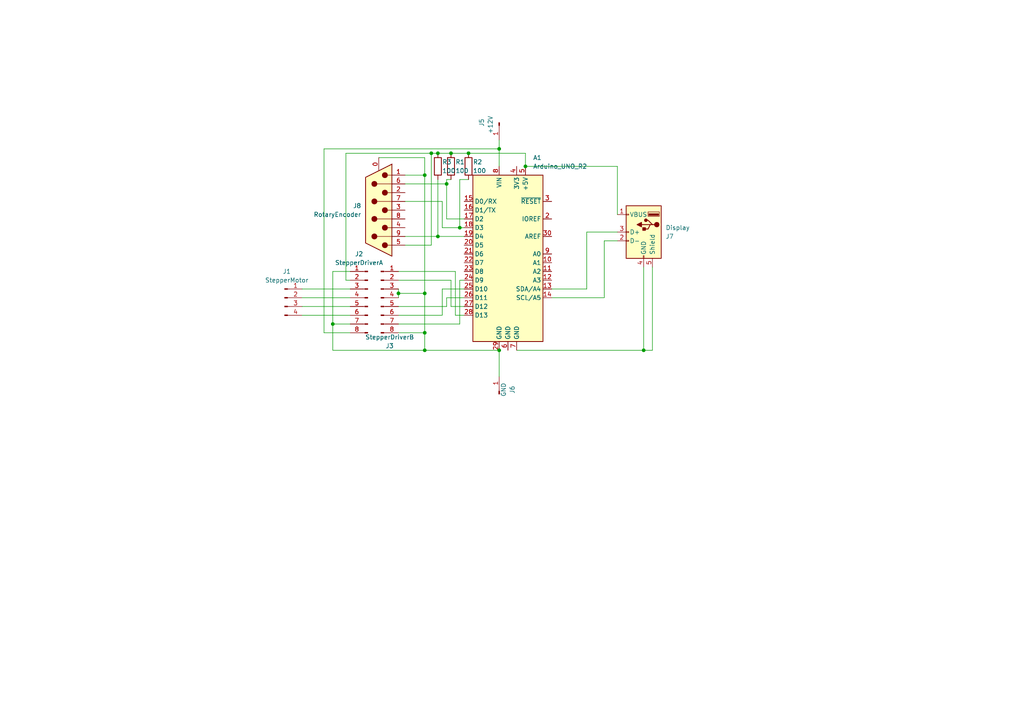
<source format=kicad_sch>
(kicad_sch (version 20230121) (generator eeschema)
  (paper "A4")
  (lib_symbols
    (symbol "Connector:Conn_01x01_Pin" (pin_names (offset 1.016) hide)
      (property "Reference" "J" (at 0 2.54 0))
      (property "Value" "Conn_01x01_Pin" (at 0 -2.54 0))
      (symbol "Conn_01x01_Pin_1_1"
        (polyline (pts (xy 1.27 0) (xy 0.8636 0)) (stroke (width 0.1524)))
        (rectangle (start 0.8636 0.127) (end 0 -0.127) (stroke (width 0.1524)) (fill (type outline)))
        (pin passive line (at 5.08 0 180) (length 3.81) (name "Pin_1") (number "1"))
      )
    )
    (symbol "Connector:Conn_01x04_Pin" (pin_names (offset 1.016) hide)
      (property "Reference" "J" (at 0 5.08 0))
      (property "Value" "Conn_01x04_Pin" (at 0 -7.62 0))
      (symbol "Conn_01x04_Pin_1_1"
        (polyline (pts (xy 1.27 -5.08) (xy 0.8636 -5.08)) (stroke (width 0.1524)))
        (polyline (pts (xy 1.27 -2.54) (xy 0.8636 -2.54)) (stroke (width 0.1524)))
        (polyline (pts (xy 1.27 0) (xy 0.8636 0)) (stroke (width 0.1524)))
        (polyline (pts (xy 1.27 2.54) (xy 0.8636 2.54)) (stroke (width 0.1524)))
        (rectangle (start 0.8636 -4.953) (end 0 -5.207) (stroke (width 0.1524)) (fill (type outline)))
        (rectangle (start 0.8636 -2.413) (end 0 -2.667) (stroke (width 0.1524)) (fill (type outline)))
        (rectangle (start 0.8636 0.127) (end 0 -0.127) (stroke (width 0.1524)) (fill (type outline)))
        (rectangle (start 0.8636 2.667) (end 0 2.413) (stroke (width 0.1524)) (fill (type outline)))
        (pin passive line (at 5.08 2.54 180) (length 3.81) (name "Pin_1") (number "1"))
        (pin passive line (at 5.08 0 180) (length 3.81) (name "Pin_2") (number "2"))
        (pin passive line (at 5.08 -2.54 180) (length 3.81) (name "Pin_3") (number "3"))
        (pin passive line (at 5.08 -5.08 180) (length 3.81) (name "Pin_4") (number "4"))
      )
    )
    (symbol "Connector:Conn_01x08_Pin" (pin_names (offset 1.016) hide)
      (property "Reference" "J" (at 0 10.16 0))
      (property "Value" "Conn_01x08_Pin" (at 0 -12.7 0))
      (symbol "Conn_01x08_Pin_1_1"
        (polyline (pts (xy 1.27 -10.16) (xy 0.8636 -10.16)) (stroke (width 0.1524)))
        (polyline (pts (xy 1.27 -7.62) (xy 0.8636 -7.62)) (stroke (width 0.1524)))
        (polyline (pts (xy 1.27 -5.08) (xy 0.8636 -5.08)) (stroke (width 0.1524)))
        (polyline (pts (xy 1.27 -2.54) (xy 0.8636 -2.54)) (stroke (width 0.1524)))
        (polyline (pts (xy 1.27 0) (xy 0.8636 0)) (stroke (width 0.1524)))
        (polyline (pts (xy 1.27 2.54) (xy 0.8636 2.54)) (stroke (width 0.1524)))
        (polyline (pts (xy 1.27 5.08) (xy 0.8636 5.08)) (stroke (width 0.1524)))
        (polyline (pts (xy 1.27 7.62) (xy 0.8636 7.62)) (stroke (width 0.1524)))
        (rectangle (start 0.8636 -10.033) (end 0 -10.287) (stroke (width 0.1524)) (fill (type outline)))
        (rectangle (start 0.8636 -7.493) (end 0 -7.747) (stroke (width 0.1524)) (fill (type outline)))
        (rectangle (start 0.8636 -4.953) (end 0 -5.207) (stroke (width 0.1524)) (fill (type outline)))
        (rectangle (start 0.8636 -2.413) (end 0 -2.667) (stroke (width 0.1524)) (fill (type outline)))
        (rectangle (start 0.8636 0.127) (end 0 -0.127) (stroke (width 0.1524)) (fill (type outline)))
        (rectangle (start 0.8636 2.667) (end 0 2.413) (stroke (width 0.1524)) (fill (type outline)))
        (rectangle (start 0.8636 5.207) (end 0 4.953) (stroke (width 0.1524)) (fill (type outline)))
        (rectangle (start 0.8636 7.747) (end 0 7.493) (stroke (width 0.1524)) (fill (type outline)))
        (pin passive line (at 5.08 7.62 180) (length 3.81) (name "Pin_1") (number "1"))
        (pin passive line (at 5.08 5.08 180) (length 3.81) (name "Pin_2") (number "2"))
        (pin passive line (at 5.08 2.54 180) (length 3.81) (name "Pin_3") (number "3"))
        (pin passive line (at 5.08 0 180) (length 3.81) (name "Pin_4") (number "4"))
        (pin passive line (at 5.08 -2.54 180) (length 3.81) (name "Pin_5") (number "5"))
        (pin passive line (at 5.08 -5.08 180) (length 3.81) (name "Pin_6") (number "6"))
        (pin passive line (at 5.08 -7.62 180) (length 3.81) (name "Pin_7") (number "7"))
        (pin passive line (at 5.08 -10.16 180) (length 3.81) (name "Pin_8") (number "8"))
      )
    )
    (symbol "Connector:DE9_Plug_MountingHoles" (pin_names (offset 1.016) hide)
      (property "Reference" "J" (at 0 16.51 0))
      (property "Value" "DE9_Plug_MountingHoles" (at 0 14.605 0))
      (symbol "DE9_Plug_MountingHoles_0_1"
        (circle (center -1.778 -10.16) (radius 0.762) (fill (type outline)))
        (circle (center -1.778 -5.08) (radius 0.762) (fill (type outline)))
        (circle (center -1.778 0) (radius 0.762) (fill (type outline)))
        (circle (center -1.778 5.08) (radius 0.762) (fill (type outline)))
        (circle (center -1.778 10.16) (radius 0.762) (fill (type outline)))
        (polyline (pts (xy -3.81 -10.16) (xy -2.54 -10.16)))
        (polyline (pts (xy -3.81 -7.62) (xy 0.508 -7.62)))
        (polyline (pts (xy -3.81 -5.08) (xy -2.54 -5.08)))
        (polyline (pts (xy -3.81 -2.54) (xy 0.508 -2.54)))
        (polyline (pts (xy -3.81 0) (xy -2.54 0)))
        (polyline (pts (xy -3.81 2.54) (xy 0.508 2.54)))
        (polyline (pts (xy -3.81 5.08) (xy -2.54 5.08)))
        (polyline (pts (xy -3.81 7.62) (xy 0.508 7.62)))
        (polyline (pts (xy -3.81 10.16) (xy -2.54 10.16)))
        (polyline (pts (xy -3.81 -13.335) (xy -3.81 13.335) (xy 3.81 9.525) (xy 3.81 -9.525) (xy -3.81 -13.335)) (stroke (width 0.254)) (fill (type background)))
        (circle (center 1.27 -7.62) (radius 0.762) (fill (type outline)))
        (circle (center 1.27 -2.54) (radius 0.762) (fill (type outline)))
        (circle (center 1.27 2.54) (radius 0.762) (fill (type outline)))
        (circle (center 1.27 7.62) (radius 0.762) (fill (type outline)))
      )
      (symbol "DE9_Plug_MountingHoles_1_1"
        (pin passive line (at 0 -15.24 90) (length 3.81) (name "PAD") (number "0"))
        (pin passive line (at -7.62 -10.16 0) (length 3.81) (name "1") (number "1"))
        (pin passive line (at -7.62 -5.08 0) (length 3.81) (name "2") (number "2"))
        (pin passive line (at -7.62 0 0) (length 3.81) (name "3") (number "3"))
        (pin passive line (at -7.62 5.08 0) (length 3.81) (name "4") (number "4"))
        (pin passive line (at -7.62 10.16 0) (length 3.81) (name "5") (number "5"))
        (pin passive line (at -7.62 -7.62 0) (length 3.81) (name "6") (number "6"))
        (pin passive line (at -7.62 -2.54 0) (length 3.81) (name "7") (number "7"))
        (pin passive line (at -7.62 2.54 0) (length 3.81) (name "8") (number "8"))
        (pin passive line (at -7.62 7.62 0) (length 3.81) (name "9") (number "9"))
      )
    )
    (symbol "Connector:USB_A" (pin_names (offset 1.016))
      (property "Reference" "J" (at -5.08 11.43 0))
      (property "Value" "USB_A" (at -5.08 8.89 0))
      (symbol "USB_A_0_1"
        (rectangle (start -5.08 -7.62) (end 5.08 7.62) (stroke (width 0.254)) (fill (type background)))
        (circle (center -3.81 2.159) (radius 0.635) (stroke (width 0.254)) (fill (type outline)))
        (rectangle (start -1.524 4.826) (end -4.318 5.334) (fill (type outline)))
        (rectangle (start -1.27 4.572) (end -4.572 5.842))
        (circle (center -0.635 3.429) (radius 0.381) (stroke (width 0.254)) (fill (type outline)))
        (rectangle (start -0.127 -7.62) (end 0.127 -6.858))
        (polyline (pts (xy -3.175 2.159) (xy -2.54 2.159) (xy -1.27 3.429) (xy -0.635 3.429)) (stroke (width 0.254)))
        (polyline (pts (xy -2.54 2.159) (xy -1.905 2.159) (xy -1.27 0.889) (xy 0 0.889)) (stroke (width 0.254)))
        (polyline (pts (xy 0.635 2.794) (xy 0.635 1.524) (xy 1.905 2.159) (xy 0.635 2.794)) (stroke (width 0.254)) (fill (type outline)))
        (rectangle (start 0.254 1.27) (end -0.508 0.508) (stroke (width 0.254)) (fill (type outline)))
        (rectangle (start 5.08 -2.667) (end 4.318 -2.413))
        (rectangle (start 5.08 -0.127) (end 4.318 0.127))
        (rectangle (start 5.08 4.953) (end 4.318 5.207))
      )
      (symbol "USB_A_1_1"
        (polyline (pts (xy -1.905 2.159) (xy 0.635 2.159)) (stroke (width 0.254)))
        (pin power_in line (at 7.62 5.08 180) (length 2.54) (name "VBUS") (number "1"))
        (pin bidirectional line (at 7.62 -2.54 180) (length 2.54) (name "D-") (number "2"))
        (pin bidirectional line (at 7.62 0 180) (length 2.54) (name "D+") (number "3"))
        (pin power_in line (at 0 -10.16 90) (length 2.54) (name "GND") (number "4"))
        (pin passive line (at -2.54 -10.16 90) (length 2.54) (name "Shield") (number "5"))
      )
    )
    (symbol "Device:R" (pin_numbers hide) (pin_names (offset 0))
      (property "Reference" "R" (at 2.032 0 90))
      (property "Value" "R" (at 0 0 90))
      (symbol "R_0_1"
        (rectangle (start -1.016 -2.54) (end 1.016 2.54) (stroke (width 0.254)))
      )
      (symbol "R_1_1"
        (pin passive line (at 0 3.81 270) (length 1.27) (name "~") (number "1"))
        (pin passive line (at 0 -3.81 90) (length 1.27) (name "~") (number "2"))
      )
    )
    (symbol "MCU_Module:Arduino_UNO_R2"
      (property "Reference" "A" (at -10.16 23.495 0))
      (property "Value" "Arduino_UNO_R2" (at 5.08 -26.67 0))
      (symbol "Arduino_UNO_R2_0_1"
        (rectangle (start -10.16 22.86) (end 10.16 -25.4) (stroke (width 0.254)) (fill (type background)))
      )
      (symbol "Arduino_UNO_R2_1_1"
        (pin no_connect line (at -10.16 -20.32 0) (length 2.54) hide (name "NC") (number "1"))
        (pin bidirectional line (at 12.7 -2.54 180) (length 2.54) (name "A1") (number "10"))
        (pin bidirectional line (at 12.7 -5.08 180) (length 2.54) (name "A2") (number "11"))
        (pin bidirectional line (at 12.7 -7.62 180) (length 2.54) (name "A3") (number "12"))
        (pin bidirectional line (at 12.7 -10.16 180) (length 2.54) (name "SDA/A4") (number "13"))
        (pin bidirectional line (at 12.7 -12.7 180) (length 2.54) (name "SCL/A5") (number "14"))
        (pin bidirectional line (at -12.7 15.24 0) (length 2.54) (name "D0/RX") (number "15"))
        (pin bidirectional line (at -12.7 12.7 0) (length 2.54) (name "D1/TX") (number "16"))
        (pin bidirectional line (at -12.7 10.16 0) (length 2.54) (name "D2") (number "17"))
        (pin bidirectional line (at -12.7 7.62 0) (length 2.54) (name "D3") (number "18"))
        (pin bidirectional line (at -12.7 5.08 0) (length 2.54) (name "D4") (number "19"))
        (pin output line (at 12.7 10.16 180) (length 2.54) (name "IOREF") (number "2"))
        (pin bidirectional line (at -12.7 2.54 0) (length 2.54) (name "D5") (number "20"))
        (pin bidirectional line (at -12.7 0 0) (length 2.54) (name "D6") (number "21"))
        (pin bidirectional line (at -12.7 -2.54 0) (length 2.54) (name "D7") (number "22"))
        (pin bidirectional line (at -12.7 -5.08 0) (length 2.54) (name "D8") (number "23"))
        (pin bidirectional line (at -12.7 -7.62 0) (length 2.54) (name "D9") (number "24"))
        (pin bidirectional line (at -12.7 -10.16 0) (length 2.54) (name "D10") (number "25"))
        (pin bidirectional line (at -12.7 -12.7 0) (length 2.54) (name "D11") (number "26"))
        (pin bidirectional line (at -12.7 -15.24 0) (length 2.54) (name "D12") (number "27"))
        (pin bidirectional line (at -12.7 -17.78 0) (length 2.54) (name "D13") (number "28"))
        (pin power_in line (at -2.54 -27.94 90) (length 2.54) (name "GND") (number "29"))
        (pin input line (at 12.7 15.24 180) (length 2.54) (name "~{RESET}") (number "3"))
        (pin input line (at 12.7 5.08 180) (length 2.54) (name "AREF") (number "30"))
        (pin power_out line (at 2.54 25.4 270) (length 2.54) (name "3V3") (number "4"))
        (pin power_out line (at 5.08 25.4 270) (length 2.54) (name "+5V") (number "5"))
        (pin power_in line (at 0 -27.94 90) (length 2.54) (name "GND") (number "6"))
        (pin power_in line (at 2.54 -27.94 90) (length 2.54) (name "GND") (number "7"))
        (pin power_in line (at -2.54 25.4 270) (length 2.54) (name "VIN") (number "8"))
        (pin bidirectional line (at 12.7 0 180) (length 2.54) (name "A0") (number "9"))
      )
    )
  )
  (junction (at 123.19 85.09))
  (junction (at 152.4 48.26))
  (junction (at 123.19 96.52))
  (junction (at 123.19 101.6))
  (junction (at 144.78 43.18))
  (junction (at 133.35 66.04))
  (junction (at 123.19 50.8))
  (junction (at 186.69 101.6))
  (junction (at 127 68.58))
  (junction (at 144.78 101.6))
  (junction (at 125.095 44.45))
  (junction (at 127 44.45))
  (junction (at 96.52 93.98))
  (junction (at 130.81 44.45))
  (junction (at 135.89 44.45))
  (junction (at 115.57 85.09))
  (junction (at 129.54 53.34))
  (wire (pts (xy 128.27 66.04) (xy 128.27 58.42)))
  (wire (pts (xy 130.81 52.07) (xy 129.54 52.07)))
  (wire (pts (xy 160.02 86.36) (xy 175.26 86.36)))
  (wire (pts (xy 129.54 53.34) (xy 117.475 53.34)))
  (wire (pts (xy 189.23 101.6) (xy 186.69 101.6)))
  (wire (pts (xy 135.89 52.07) (xy 133.35 52.07)))
  (wire (pts (xy 179.07 48.26) (xy 179.07 62.23)))
  (wire (pts (xy 129.54 88.9) (xy 129.54 86.36)))
  (wire (pts (xy 115.57 85.09) (xy 115.57 86.36)))
  (wire (pts (xy 133.35 52.07) (xy 133.35 66.04)))
  (wire (pts (xy 115.57 96.52) (xy 123.19 96.52)))
  (wire (pts (xy 115.57 85.09) (xy 123.19 85.09)))
  (wire (pts (xy 127 68.58) (xy 134.62 68.58)))
  (wire (pts (xy 125.095 44.45) (xy 127 44.45)))
  (wire (pts (xy 96.52 93.98) (xy 96.52 101.6)))
  (wire (pts (xy 127 44.45) (xy 130.81 44.45)))
  (wire (pts (xy 115.57 88.9) (xy 129.54 88.9)))
  (wire (pts (xy 128.27 58.42) (xy 117.475 58.42)))
  (wire (pts (xy 134.62 66.04) (xy 133.35 66.04)))
  (wire (pts (xy 93.98 96.52) (xy 93.98 43.18)))
  (wire (pts (xy 123.19 85.09) (xy 123.19 96.52)))
  (wire (pts (xy 123.19 101.6) (xy 144.78 101.6)))
  (wire (pts (xy 125.095 44.45) (xy 125.095 71.12)))
  (wire (pts (xy 144.78 43.18) (xy 144.78 48.26)))
  (wire (pts (xy 152.4 44.45) (xy 152.4 48.26)))
  (wire (pts (xy 115.57 93.98) (xy 133.35 93.98)))
  (wire (pts (xy 96.52 78.74) (xy 96.52 93.98)))
  (wire (pts (xy 123.19 45.72) (xy 123.19 50.8)))
  (wire (pts (xy 129.54 63.5) (xy 134.62 63.5)))
  (wire (pts (xy 100.33 81.28) (xy 100.33 44.45)))
  (wire (pts (xy 87.63 88.9) (xy 101.6 88.9)))
  (wire (pts (xy 101.6 96.52) (xy 93.98 96.52)))
  (wire (pts (xy 170.18 67.31) (xy 179.07 67.31)))
  (wire (pts (xy 133.35 66.04) (xy 128.27 66.04)))
  (wire (pts (xy 87.63 86.36) (xy 101.6 86.36)))
  (wire (pts (xy 175.26 86.36) (xy 175.26 69.85)))
  (wire (pts (xy 135.89 44.45) (xy 152.4 44.45)))
  (wire (pts (xy 130.81 81.28) (xy 130.81 88.9)))
  (wire (pts (xy 130.81 44.45) (xy 135.89 44.45)))
  (wire (pts (xy 129.54 52.07) (xy 129.54 53.34)))
  (wire (pts (xy 144.78 40.64) (xy 144.78 43.18)))
  (wire (pts (xy 101.6 78.74) (xy 96.52 78.74)))
  (wire (pts (xy 170.18 83.82) (xy 170.18 67.31)))
  (wire (pts (xy 115.57 83.82) (xy 115.57 85.09)))
  (wire (pts (xy 129.54 86.36) (xy 134.62 86.36)))
  (wire (pts (xy 101.6 81.28) (xy 100.33 81.28)))
  (wire (pts (xy 123.19 96.52) (xy 123.19 101.6)))
  (wire (pts (xy 117.475 68.58) (xy 127 68.58)))
  (wire (pts (xy 127 52.07) (xy 127 68.58)))
  (wire (pts (xy 130.81 88.9) (xy 134.62 88.9)))
  (wire (pts (xy 129.54 53.34) (xy 129.54 63.5)))
  (wire (pts (xy 123.19 45.72) (xy 109.855 45.72)))
  (wire (pts (xy 128.27 83.82) (xy 134.62 83.82)))
  (wire (pts (xy 152.4 48.26) (xy 179.07 48.26)))
  (wire (pts (xy 186.69 101.6) (xy 149.86 101.6)))
  (wire (pts (xy 100.33 44.45) (xy 125.095 44.45)))
  (wire (pts (xy 87.63 83.82) (xy 101.6 83.82)))
  (wire (pts (xy 160.02 83.82) (xy 170.18 83.82)))
  (wire (pts (xy 133.35 93.98) (xy 133.35 81.28)))
  (wire (pts (xy 132.08 91.44) (xy 134.62 91.44)))
  (wire (pts (xy 175.26 69.85) (xy 179.07 69.85)))
  (wire (pts (xy 93.98 43.18) (xy 144.78 43.18)))
  (wire (pts (xy 96.52 101.6) (xy 123.19 101.6)))
  (wire (pts (xy 117.475 71.12) (xy 125.095 71.12)))
  (wire (pts (xy 117.475 50.8) (xy 123.19 50.8)))
  (wire (pts (xy 115.57 81.28) (xy 130.81 81.28)))
  (wire (pts (xy 115.57 91.44) (xy 128.27 91.44)))
  (wire (pts (xy 96.52 93.98) (xy 101.6 93.98)))
  (wire (pts (xy 186.69 77.47) (xy 186.69 101.6)))
  (wire (pts (xy 87.63 91.44) (xy 101.6 91.44)))
  (wire (pts (xy 115.57 78.74) (xy 132.08 78.74)))
  (wire (pts (xy 133.35 81.28) (xy 134.62 81.28)))
  (wire (pts (xy 128.27 91.44) (xy 128.27 83.82)))
  (wire (pts (xy 123.19 50.8) (xy 123.19 85.09)))
  (wire (pts (xy 144.78 101.6) (xy 144.78 109.22)))
  (wire (pts (xy 189.23 77.47) (xy 189.23 101.6)))
  (wire (pts (xy 132.08 78.74) (xy 132.08 91.44)))
  (symbol (lib_id "Connector:Conn_01x01_Pin") (at 144.78 35.56 90) (mirror x) (unit 1)
    (property "Reference" "J5" (at 139.7 35.56 0))
    (property "Value" "+12V" (at 142.24 36.195 0))
    (property "Footprint" "Connector_PinHeader_2.54mm:PinHeader_1x01_P2.54mm_Vertical" (effects hide))
  )
  (symbol (lib_id "Connector:DE9_Plug_MountingHoles") (at 109.855 60.96 180) (unit 1)
    (property "Reference" "J8" (at 104.775 59.69 0) (effects (justify left)))
    (property "Value" "RotaryEncoder" (at 104.775 62.23 0) (effects (justify left)))
    (property "Footprint" "Connector_Dsub:DSUB-9_Female_Horizontal_P2.77x2.84mm_EdgePinOffset7.70mm_Housed_MountingHolesOffset9.12mm" (effects hide))
    (property "Datasheet" " ~" (effects hide))
  )
  (symbol (lib_id "Connector:USB_A") (at 186.69 67.31 0) (mirror y) (unit 1)
    (property "Reference" "J7" (at 193.04 68.58 0) (effects (justify right)))
    (property "Value" "Display" (at 193.04 66.04 0) (effects (justify right)))
    (property "Footprint" "Connector_USB:USB_A_CONNFLY_DS1095-WNR0" (effects hide))
    (property "Datasheet" " ~" (effects hide))
  )
  (symbol (lib_id "Connector:Conn_01x08_Pin") (at 106.68 86.36 0) (mirror y) (unit 1)
    (property "Reference" "J2" (at 104.14 73.66 0))
    (property "Value" "StepperDriverA" (at 104.14 76.2 0))
    (property "Footprint" "Connector_PinHeader_2.54mm:PinHeader_1x08_P2.54mm_Vertical" (effects hide))
  )
  (symbol (lib_id "Device:R") (at 127 48.26 0) (unit 1)
    (property "Reference" "R3" (at 128.27 46.99 0) (effects (justify left)))
    (property "Value" "100" (at 128.27 49.53 0) (effects (justify left)))
    (property "Footprint" "Resistor_THT:R_Axial_DIN0207_L6.3mm_D2.5mm_P10.16mm_Horizontal" (effects hide))
  )
  (symbol (lib_id "Device:R") (at 135.89 48.26 0) (unit 1)
    (property "Reference" "R2" (at 137.16 46.99 0) (effects (justify left)))
    (property "Value" "100" (at 137.16 49.53 0) (effects (justify left)))
    (property "Footprint" "Resistor_THT:R_Axial_DIN0207_L6.3mm_D2.5mm_P10.16mm_Horizontal" (effects hide))
  )
  (symbol (lib_id "Connector:Conn_01x08_Pin") (at 110.49 86.36 0) (unit 1)
    (property "Reference" "J3" (at 113.03 100.33 0))
    (property "Value" "StepperDriverB" (at 113.03 97.79 0))
    (property "Footprint" "Connector_PinHeader_2.54mm:PinHeader_1x08_P2.54mm_Vertical" (effects hide))
  )
  (symbol (lib_id "Connector:Conn_01x01_Pin") (at 144.78 114.3 270) (mirror x) (unit 1)
    (property "Reference" "J6" (at 148.59 113.03 0))
    (property "Value" "GND" (at 146.05 113.03 0))
    (property "Footprint" "Connector_PinHeader_2.54mm:PinHeader_1x01_P2.54mm_Vertical" (effects hide))
  )
  (symbol (lib_id "MCU_Module:Arduino_UNO_R2") (at 147.32 73.66 0) (unit 1)
    (property "Reference" "A1" (at 154.5941 45.72 0) (effects (justify left)))
    (property "Value" "Arduino_UNO_R2" (at 154.5941 48.26 0) (effects (justify left)))
    (property "Footprint" "Module:Arduino_UNO_R2" (effects hide))
    (property "Datasheet" "https://www.arduino.cc/en/Main/arduinoBoardUno" (effects hide))
  )
  (symbol (lib_id "Connector:Conn_01x04_Pin") (at 82.55 86.36 0) (unit 1)
    (property "Reference" "J1" (at 83.185 78.74 0))
    (property "Value" "StepperMotor" (at 83.185 81.28 0))
    (property "Footprint" "Connector_PinHeader_2.54mm:PinHeader_1x04_P2.54mm_Vertical" (effects hide))
  )
  (symbol (lib_id "Device:R") (at 130.81 48.26 0) (unit 1)
    (property "Reference" "R1" (at 132.08 46.99 0) (effects (justify left)))
    (property "Value" "100" (at 132.08 49.53 0) (effects (justify left)))
    (property "Footprint" "Resistor_THT:R_Axial_DIN0207_L6.3mm_D2.5mm_P10.16mm_Horizontal" (effects hide))
  )
)
</source>
